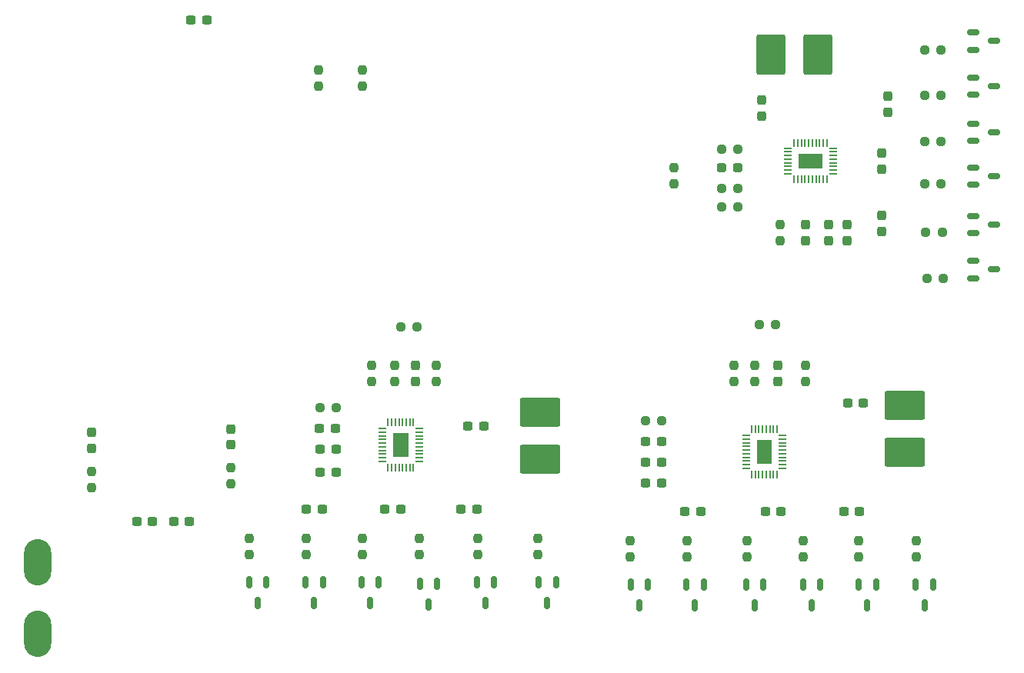
<source format=gbr>
%TF.GenerationSoftware,KiCad,Pcbnew,8.0.6*%
%TF.CreationDate,2025-01-24T20:25:43-06:00*%
%TF.ProjectId,BrushlessGimbalController_Hardware,42727573-686c-4657-9373-47696d62616c,rev?*%
%TF.SameCoordinates,Original*%
%TF.FileFunction,Paste,Top*%
%TF.FilePolarity,Positive*%
%FSLAX46Y46*%
G04 Gerber Fmt 4.6, Leading zero omitted, Abs format (unit mm)*
G04 Created by KiCad (PCBNEW 8.0.6) date 2025-01-24 20:25:43*
%MOMM*%
%LPD*%
G01*
G04 APERTURE LIST*
G04 Aperture macros list*
%AMRoundRect*
0 Rectangle with rounded corners*
0 $1 Rounding radius*
0 $2 $3 $4 $5 $6 $7 $8 $9 X,Y pos of 4 corners*
0 Add a 4 corners polygon primitive as box body*
4,1,4,$2,$3,$4,$5,$6,$7,$8,$9,$2,$3,0*
0 Add four circle primitives for the rounded corners*
1,1,$1+$1,$2,$3*
1,1,$1+$1,$4,$5*
1,1,$1+$1,$6,$7*
1,1,$1+$1,$8,$9*
0 Add four rect primitives between the rounded corners*
20,1,$1+$1,$2,$3,$4,$5,0*
20,1,$1+$1,$4,$5,$6,$7,0*
20,1,$1+$1,$6,$7,$8,$9,0*
20,1,$1+$1,$8,$9,$2,$3,0*%
G04 Aperture macros list end*
%ADD10C,0.000000*%
%ADD11RoundRect,0.237500X-0.237500X0.250000X-0.237500X-0.250000X0.237500X-0.250000X0.237500X0.250000X0*%
%ADD12RoundRect,0.237500X-0.237500X0.287500X-0.237500X-0.287500X0.237500X-0.287500X0.237500X0.287500X0*%
%ADD13RoundRect,0.237500X-0.300000X-0.237500X0.300000X-0.237500X0.300000X0.237500X-0.300000X0.237500X0*%
%ADD14RoundRect,0.237500X-0.237500X0.300000X-0.237500X-0.300000X0.237500X-0.300000X0.237500X0.300000X0*%
%ADD15RoundRect,0.150000X-0.512500X-0.150000X0.512500X-0.150000X0.512500X0.150000X-0.512500X0.150000X0*%
%ADD16RoundRect,0.237500X0.300000X0.237500X-0.300000X0.237500X-0.300000X-0.237500X0.300000X-0.237500X0*%
%ADD17RoundRect,0.150000X-0.150000X0.512500X-0.150000X-0.512500X0.150000X-0.512500X0.150000X0.512500X0*%
%ADD18RoundRect,0.237500X0.287500X0.237500X-0.287500X0.237500X-0.287500X-0.237500X0.287500X-0.237500X0*%
%ADD19RoundRect,0.237500X0.237500X-0.250000X0.237500X0.250000X-0.237500X0.250000X-0.237500X-0.250000X0*%
%ADD20RoundRect,0.237500X0.237500X-0.300000X0.237500X0.300000X-0.237500X0.300000X-0.237500X-0.300000X0*%
%ADD21RoundRect,0.237500X-0.250000X-0.237500X0.250000X-0.237500X0.250000X0.237500X-0.250000X0.237500X0*%
%ADD22O,3.000000X5.100000*%
%ADD23RoundRect,0.250000X-1.975000X1.350000X-1.975000X-1.350000X1.975000X-1.350000X1.975000X1.350000X0*%
%ADD24RoundRect,0.237500X0.250000X0.237500X-0.250000X0.237500X-0.250000X-0.237500X0.250000X-0.237500X0*%
%ADD25RoundRect,0.237500X0.237500X-0.287500X0.237500X0.287500X-0.237500X0.287500X-0.237500X-0.287500X0*%
%ADD26R,0.906066X0.192474*%
%ADD27R,0.192474X0.906066*%
%ADD28RoundRect,0.250000X-1.350000X-1.975000X1.350000X-1.975000X1.350000X1.975000X-1.350000X1.975000X0*%
G04 APERTURE END LIST*
D10*
%TO.C,U4*%
G36*
X180135365Y-105705366D02*
G01*
X178512633Y-105705366D01*
X178512633Y-103082631D01*
X180135365Y-103082631D01*
X180135365Y-105705366D01*
G37*
%TO.C,U5*%
G36*
X185715366Y-73184367D02*
G01*
X183092631Y-73184367D01*
X183092631Y-71561635D01*
X185715366Y-71561635D01*
X185715366Y-73184367D01*
G37*
%TO.C,U2*%
G36*
X140130365Y-104943366D02*
G01*
X138507633Y-104943366D01*
X138507633Y-102320631D01*
X140130365Y-102320631D01*
X140130365Y-104943366D01*
G37*
%TD*%
D11*
%TO.C,R20*%
X141351000Y-113895500D03*
X141351000Y-115720500D03*
%TD*%
D12*
%TO.C,D2*%
X105273000Y-102254000D03*
X105273000Y-104004000D03*
%TD*%
D13*
%TO.C,C19*%
X188096499Y-110998000D03*
X189821499Y-110998000D03*
%TD*%
D14*
%TO.C,C23*%
X188468000Y-79401500D03*
X188468000Y-81126500D03*
%TD*%
D15*
%TO.C,Q15*%
X202316500Y-63185000D03*
X202316500Y-65085000D03*
X204591500Y-64135000D03*
%TD*%
D16*
%TO.C,C14*%
X167987277Y-107815315D03*
X166262277Y-107815315D03*
%TD*%
D17*
%TO.C,Q11*%
X166540999Y-119004500D03*
X164640999Y-119004500D03*
X165590999Y-121279500D03*
%TD*%
D11*
%TO.C,R32*%
X169418000Y-73105000D03*
X169418000Y-74930000D03*
%TD*%
D18*
%TO.C,D5*%
X176389000Y-73152000D03*
X174639000Y-73152000D03*
%TD*%
D13*
%TO.C,C12*%
X110252500Y-112019000D03*
X111977500Y-112019000D03*
%TD*%
D14*
%TO.C,C28*%
X179070000Y-65685500D03*
X179070000Y-67410500D03*
%TD*%
D19*
%TO.C,R11*%
X135128000Y-64158500D03*
X135128000Y-62333500D03*
%TD*%
D17*
%TO.C,Q12*%
X172646777Y-119004500D03*
X170746777Y-119004500D03*
X171696777Y-121279500D03*
%TD*%
D11*
%TO.C,R27*%
X196080777Y-114149500D03*
X196080777Y-115974500D03*
%TD*%
D17*
%TO.C,Q1*%
X136901000Y-118774000D03*
X135001000Y-118774000D03*
X135951000Y-121049000D03*
%TD*%
D11*
%TO.C,R10*%
X178290999Y-94845500D03*
X178290999Y-96670500D03*
%TD*%
D13*
%TO.C,C17*%
X179460499Y-110998000D03*
X181185499Y-110998000D03*
%TD*%
D11*
%TO.C,R21*%
X147762000Y-113895500D03*
X147762000Y-115720500D03*
%TD*%
D20*
%TO.C,C26*%
X192278000Y-73252500D03*
X192278000Y-71527500D03*
%TD*%
D21*
%TO.C,R1*%
X130405500Y-99568000D03*
X132230500Y-99568000D03*
%TD*%
D12*
%TO.C,D3*%
X120650000Y-101882000D03*
X120650000Y-103632000D03*
%TD*%
D21*
%TO.C,R34*%
X196953500Y-74930000D03*
X198778500Y-74930000D03*
%TD*%
%TO.C,R35*%
X196953500Y-70237000D03*
X198778500Y-70237000D03*
%TD*%
D17*
%TO.C,Q3*%
X149601000Y-118750500D03*
X147701000Y-118750500D03*
X148651000Y-121025500D03*
%TD*%
D21*
%TO.C,R31*%
X174601500Y-75438000D03*
X176426500Y-75438000D03*
%TD*%
D19*
%TO.C,R15*%
X183896000Y-96670500D03*
X183896000Y-94845500D03*
%TD*%
D11*
%TO.C,R26*%
X189730777Y-114149500D03*
X189730777Y-115974500D03*
%TD*%
D22*
%TO.C,Conn1*%
X99396600Y-116551800D03*
X99396600Y-124425800D03*
%TD*%
D11*
%TO.C,R14*%
X130302000Y-62333500D03*
X130302000Y-64158500D03*
%TD*%
%TO.C,R17*%
X122682000Y-113895500D03*
X122682000Y-115720500D03*
%TD*%
D17*
%TO.C,Q10*%
X197893777Y-119010000D03*
X195993777Y-119010000D03*
X196943777Y-121285000D03*
%TD*%
D23*
%TO.C,R16*%
X194800999Y-99254000D03*
X194800999Y-104454000D03*
%TD*%
D21*
%TO.C,R37*%
X196953500Y-60198000D03*
X198778500Y-60198000D03*
%TD*%
D16*
%TO.C,C10*%
X116041500Y-112019000D03*
X114316500Y-112019000D03*
%TD*%
D13*
%TO.C,C5*%
X128931500Y-110744000D03*
X130656500Y-110744000D03*
%TD*%
D17*
%TO.C,Q6*%
X130739000Y-118750500D03*
X128839000Y-118750500D03*
X129789000Y-121025500D03*
%TD*%
D21*
%TO.C,R36*%
X196959500Y-65142000D03*
X198784500Y-65142000D03*
%TD*%
D20*
%TO.C,C24*%
X186436000Y-81126500D03*
X186436000Y-79401500D03*
%TD*%
D11*
%TO.C,R29*%
X170807777Y-114149500D03*
X170807777Y-115974500D03*
%TD*%
D24*
%TO.C,R13*%
X180594000Y-90424000D03*
X178769000Y-90424000D03*
%TD*%
D19*
%TO.C,R9*%
X175959676Y-96670500D03*
X175959676Y-94845500D03*
%TD*%
D13*
%TO.C,C16*%
X170587500Y-110998000D03*
X172312500Y-110998000D03*
%TD*%
D16*
%TO.C,C3*%
X132180500Y-106680000D03*
X130455500Y-106680000D03*
%TD*%
D11*
%TO.C,R24*%
X177411777Y-114149500D03*
X177411777Y-115974500D03*
%TD*%
D17*
%TO.C,Q9*%
X191617777Y-119004500D03*
X189717777Y-119004500D03*
X190667777Y-121279500D03*
%TD*%
D20*
%TO.C,C21*%
X183896000Y-81126500D03*
X183896000Y-79401500D03*
%TD*%
D25*
%TO.C,D4*%
X180830999Y-96633000D03*
X180830999Y-94883000D03*
%TD*%
D16*
%TO.C,C9*%
X117956500Y-56896000D03*
X116231500Y-56896000D03*
%TD*%
D11*
%TO.C,R19*%
X135062000Y-113895500D03*
X135062000Y-115720500D03*
%TD*%
D15*
%TO.C,Q18*%
X202316500Y-78431000D03*
X202316500Y-80331000D03*
X204591500Y-79381000D03*
%TD*%
D25*
%TO.C,D1*%
X140970000Y-96633000D03*
X140970000Y-94883000D03*
%TD*%
D17*
%TO.C,Q2*%
X143317000Y-118901000D03*
X141417000Y-118901000D03*
X142367000Y-121176000D03*
%TD*%
D15*
%TO.C,Q16*%
X202316500Y-58232000D03*
X202316500Y-60132000D03*
X204591500Y-59182000D03*
%TD*%
D14*
%TO.C,C25*%
X192278000Y-78385500D03*
X192278000Y-80110500D03*
%TD*%
D15*
%TO.C,Q17*%
X202316500Y-83378000D03*
X202316500Y-85278000D03*
X204591500Y-84328000D03*
%TD*%
D11*
%TO.C,R3*%
X138684000Y-94845500D03*
X138684000Y-96670500D03*
%TD*%
D20*
%TO.C,C27*%
X192913000Y-67004100D03*
X192913000Y-65279100D03*
%TD*%
D21*
%TO.C,R40*%
X197068500Y-80264000D03*
X198893500Y-80264000D03*
%TD*%
D19*
%TO.C,R12*%
X120650000Y-107950000D03*
X120650000Y-106125000D03*
%TD*%
D26*
%TO.C,U4*%
X177320969Y-102594001D03*
X177320969Y-102994000D03*
X177320969Y-103393999D03*
X177320969Y-103794001D03*
X177320969Y-104194000D03*
X177320969Y-104594000D03*
X177320969Y-104993999D03*
X177320969Y-105394001D03*
X177320969Y-105794000D03*
X177320969Y-106193999D03*
D27*
X177924000Y-106897033D03*
X178323999Y-106897033D03*
X178724001Y-106897033D03*
X179124000Y-106897033D03*
X179524000Y-106897033D03*
X179923999Y-106897033D03*
X180324001Y-106897033D03*
X180724000Y-106897033D03*
D26*
X181327031Y-106193999D03*
X181327031Y-105794000D03*
X181327031Y-105394001D03*
X181327031Y-104993999D03*
X181327031Y-104594000D03*
X181327031Y-104194000D03*
X181327031Y-103794001D03*
X181327031Y-103393999D03*
X181327031Y-102994000D03*
X181327031Y-102594001D03*
D27*
X180724000Y-101890967D03*
X180324001Y-101890967D03*
X179923999Y-101890967D03*
X179524000Y-101890967D03*
X179124000Y-101890967D03*
X178724001Y-101890967D03*
X178323999Y-101890967D03*
X177924000Y-101890967D03*
%TD*%
D13*
%TO.C,C7*%
X145949500Y-110744000D03*
X147674500Y-110744000D03*
%TD*%
D16*
%TO.C,C20*%
X190246000Y-99060000D03*
X188521000Y-99060000D03*
%TD*%
D24*
%TO.C,R4*%
X141120500Y-90678000D03*
X139295500Y-90678000D03*
%TD*%
D13*
%TO.C,C1*%
X130365937Y-101854000D03*
X132090937Y-101854000D03*
%TD*%
D19*
%TO.C,R5*%
X143256000Y-96670500D03*
X143256000Y-94845500D03*
%TD*%
D21*
%TO.C,R39*%
X197207500Y-85344000D03*
X199032500Y-85344000D03*
%TD*%
D17*
%TO.C,Q5*%
X124521000Y-118750500D03*
X122621000Y-118750500D03*
X123571000Y-121025500D03*
%TD*%
D19*
%TO.C,R8*%
X105273000Y-108359500D03*
X105273000Y-106534500D03*
%TD*%
D24*
%TO.C,R30*%
X176426500Y-77470000D03*
X174601500Y-77470000D03*
%TD*%
D27*
%TO.C,U5*%
X182604001Y-74376031D03*
X183004000Y-74376031D03*
X183403999Y-74376031D03*
X183804001Y-74376031D03*
X184204000Y-74376031D03*
X184604000Y-74376031D03*
X185003999Y-74376031D03*
X185404001Y-74376031D03*
X185804000Y-74376031D03*
X186203999Y-74376031D03*
D26*
X186907033Y-73773000D03*
X186907033Y-73373001D03*
X186907033Y-72972999D03*
X186907033Y-72573000D03*
X186907033Y-72173000D03*
X186907033Y-71773001D03*
X186907033Y-71372999D03*
X186907033Y-70973000D03*
D27*
X186203999Y-70369969D03*
X185804000Y-70369969D03*
X185404001Y-70369969D03*
X185003999Y-70369969D03*
X184604000Y-70369969D03*
X184204000Y-70369969D03*
X183804001Y-70369969D03*
X183403999Y-70369969D03*
X183004000Y-70369969D03*
X182604001Y-70369969D03*
D26*
X181900967Y-70973000D03*
X181900967Y-71372999D03*
X181900967Y-71773001D03*
X181900967Y-72173000D03*
X181900967Y-72573000D03*
X181900967Y-72972999D03*
X181900967Y-73373001D03*
X181900967Y-73773000D03*
%TD*%
D11*
%TO.C,R25*%
X183634777Y-114149500D03*
X183634777Y-115974500D03*
%TD*%
D21*
%TO.C,R7*%
X166212277Y-100957315D03*
X168037277Y-100957315D03*
%TD*%
D15*
%TO.C,Q14*%
X202316500Y-68271000D03*
X202316500Y-70171000D03*
X204591500Y-69221000D03*
%TD*%
D19*
%TO.C,R23*%
X181102000Y-81176500D03*
X181102000Y-79351500D03*
%TD*%
D15*
%TO.C,Q13*%
X202310500Y-73097000D03*
X202310500Y-74997000D03*
X204585500Y-74047000D03*
%TD*%
D11*
%TO.C,R28*%
X164584777Y-114149500D03*
X164584777Y-115974500D03*
%TD*%
D13*
%TO.C,C15*%
X166262277Y-105529315D03*
X167987277Y-105529315D03*
%TD*%
%TO.C,C4*%
X130455500Y-104140000D03*
X132180500Y-104140000D03*
%TD*%
D11*
%TO.C,R18*%
X128915937Y-113895500D03*
X128915937Y-115720500D03*
%TD*%
D13*
%TO.C,C6*%
X137567500Y-110744000D03*
X139292500Y-110744000D03*
%TD*%
D11*
%TO.C,R22*%
X154432000Y-113895500D03*
X154432000Y-115720500D03*
%TD*%
D17*
%TO.C,Q4*%
X156398000Y-118750500D03*
X154498000Y-118750500D03*
X155448000Y-121025500D03*
%TD*%
D28*
%TO.C,R38*%
X180026000Y-60706000D03*
X185226000Y-60706000D03*
%TD*%
D19*
%TO.C,R2*%
X136144000Y-96670500D03*
X136144000Y-94845500D03*
%TD*%
D16*
%TO.C,C8*%
X148436500Y-101600000D03*
X146711500Y-101600000D03*
%TD*%
D26*
%TO.C,U2*%
X137315969Y-101832001D03*
X137315969Y-102232000D03*
X137315969Y-102631999D03*
X137315969Y-103032001D03*
X137315969Y-103432000D03*
X137315969Y-103832000D03*
X137315969Y-104231999D03*
X137315969Y-104632001D03*
X137315969Y-105032000D03*
X137315969Y-105431999D03*
D27*
X137919000Y-106135033D03*
X138318999Y-106135033D03*
X138719001Y-106135033D03*
X139119000Y-106135033D03*
X139519000Y-106135033D03*
X139918999Y-106135033D03*
X140319001Y-106135033D03*
X140719000Y-106135033D03*
D26*
X141322031Y-105431999D03*
X141322031Y-105032000D03*
X141322031Y-104632001D03*
X141322031Y-104231999D03*
X141322031Y-103832000D03*
X141322031Y-103432000D03*
X141322031Y-103032001D03*
X141322031Y-102631999D03*
X141322031Y-102232000D03*
X141322031Y-101832001D03*
D27*
X140719000Y-101128967D03*
X140319001Y-101128967D03*
X139918999Y-101128967D03*
X139519000Y-101128967D03*
X139119000Y-101128967D03*
X138719001Y-101128967D03*
X138318999Y-101128967D03*
X137919000Y-101128967D03*
%TD*%
D17*
%TO.C,Q8*%
X185473777Y-119004500D03*
X183573777Y-119004500D03*
X184523777Y-121279500D03*
%TD*%
%TO.C,Q7*%
X179240999Y-119004500D03*
X177340999Y-119004500D03*
X178290999Y-121279500D03*
%TD*%
D13*
%TO.C,C11*%
X166262277Y-103243315D03*
X167987277Y-103243315D03*
%TD*%
D24*
%TO.C,R33*%
X176426500Y-71120000D03*
X174601500Y-71120000D03*
%TD*%
D23*
%TO.C,R6*%
X154686000Y-100016000D03*
X154686000Y-105216000D03*
%TD*%
M02*

</source>
